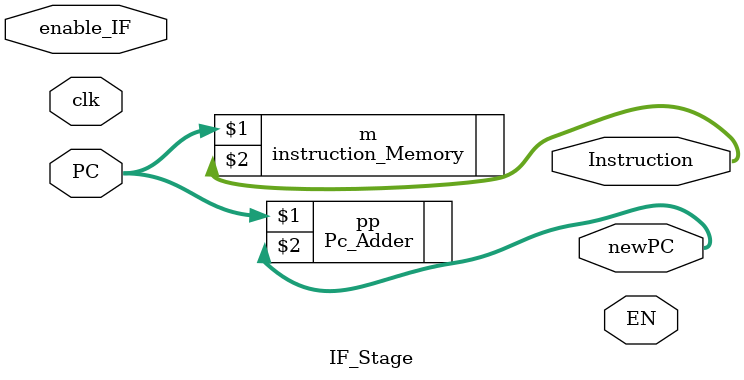
<source format=v>
module IF_Stage (clk,enable_IF,PC,Instruction,newPC,EN);
  input clk;
  input wire enable_IF;
  input [15:0]PC;
  output reg EN;
  output reg[15:0]newPC;
  output wire[15:0] Instruction;

  
  Pc_Adder pp(PC,newPC);

  instruction_Memory m(PC,Instruction);
 
endmodule
</source>
